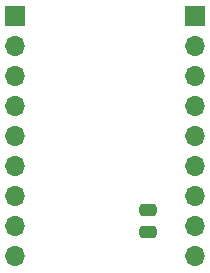
<source format=gbr>
%TF.GenerationSoftware,KiCad,Pcbnew,8.0.2-8.0.2-0~ubuntu22.04.1*%
%TF.CreationDate,2024-06-02T15:46:05+09:00*%
%TF.ProjectId,TB6211_ver2,54423632-3131-45f7-9665-72322e6b6963,rev?*%
%TF.SameCoordinates,Original*%
%TF.FileFunction,Soldermask,Bot*%
%TF.FilePolarity,Negative*%
%FSLAX46Y46*%
G04 Gerber Fmt 4.6, Leading zero omitted, Abs format (unit mm)*
G04 Created by KiCad (PCBNEW 8.0.2-8.0.2-0~ubuntu22.04.1) date 2024-06-02 15:46:05*
%MOMM*%
%LPD*%
G01*
G04 APERTURE LIST*
G04 Aperture macros list*
%AMRoundRect*
0 Rectangle with rounded corners*
0 $1 Rounding radius*
0 $2 $3 $4 $5 $6 $7 $8 $9 X,Y pos of 4 corners*
0 Add a 4 corners polygon primitive as box body*
4,1,4,$2,$3,$4,$5,$6,$7,$8,$9,$2,$3,0*
0 Add four circle primitives for the rounded corners*
1,1,$1+$1,$2,$3*
1,1,$1+$1,$4,$5*
1,1,$1+$1,$6,$7*
1,1,$1+$1,$8,$9*
0 Add four rect primitives between the rounded corners*
20,1,$1+$1,$2,$3,$4,$5,0*
20,1,$1+$1,$4,$5,$6,$7,0*
20,1,$1+$1,$6,$7,$8,$9,0*
20,1,$1+$1,$8,$9,$2,$3,0*%
G04 Aperture macros list end*
%ADD10RoundRect,0.250000X-0.475000X0.250000X-0.475000X-0.250000X0.475000X-0.250000X0.475000X0.250000X0*%
%ADD11R,1.700000X1.700000*%
%ADD12O,1.700000X1.700000*%
G04 APERTURE END LIST*
D10*
%TO.C,J2*%
X132750000Y-91200000D03*
X132750000Y-89300000D03*
%TD*%
D11*
%TO.C,Conn2*%
X136750000Y-72930000D03*
D12*
X136750000Y-75470000D03*
X136750000Y-78010000D03*
X136750000Y-80550000D03*
X136750000Y-83090000D03*
X136750000Y-85630000D03*
X136750000Y-88170000D03*
X136750000Y-90710000D03*
X136750000Y-93250000D03*
%TD*%
D11*
%TO.C,Conn1*%
X121500000Y-72920000D03*
D12*
X121500000Y-75460000D03*
X121500000Y-78000000D03*
X121500000Y-80540000D03*
X121500000Y-83080000D03*
X121500000Y-85620000D03*
X121500000Y-88160000D03*
X121500000Y-90700000D03*
X121500000Y-93240000D03*
%TD*%
M02*

</source>
